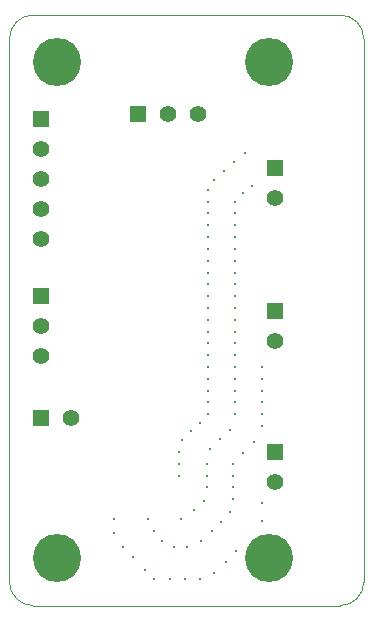
<source format=gbr>
G04 #@! TF.FileFunction,Soldermask,Bot*
%FSLAX46Y46*%
G04 Gerber Fmt 4.6, Leading zero omitted, Abs format (unit mm)*
G04 Created by KiCad (PCBNEW 0.201505041002+5641~23~ubuntu14.04.1-product) date Wed 08 Jul 2015 08:46:07 AM PDT*
%MOMM*%
G01*
G04 APERTURE LIST*
%ADD10C,0.200000*%
%ADD11C,0.100000*%
%ADD12C,0.200000*%
%ADD13R,1.397000X1.397000*%
%ADD14C,1.397000*%
%ADD15C,4.064000*%
G04 APERTURE END LIST*
D10*
D11*
X128000000Y-100000000D02*
G75*
G03X130000000Y-98000000I0J2000000D01*
G01*
X100000000Y-98000000D02*
G75*
G03X102000000Y-100000000I2000000J0D01*
G01*
X130000000Y-52000000D02*
G75*
G03X128000000Y-50000000I-2000000J0D01*
G01*
X102000000Y-50000000D02*
G75*
G03X100000000Y-52000000I0J-2000000D01*
G01*
X128000000Y-50000000D02*
X102000000Y-50000000D01*
X130000000Y-98000000D02*
X130000000Y-52000000D01*
X102000000Y-100000000D02*
X128000000Y-100000000D01*
X100000000Y-52000000D02*
X100000000Y-98000000D01*
D12*
X119100000Y-75800000D03*
D13*
X122500000Y-62930000D03*
D14*
X122500000Y-65470000D03*
D15*
X104000000Y-54000000D03*
X122000000Y-54000000D03*
X104000000Y-96000000D03*
X122000000Y-96000000D03*
D13*
X102650000Y-58800000D03*
D14*
X102650000Y-61340000D03*
X102650000Y-63880000D03*
X102650000Y-66420000D03*
X102650000Y-68960000D03*
D13*
X102650000Y-73760000D03*
D14*
X102650000Y-76300000D03*
X102650000Y-78840000D03*
D13*
X110910000Y-58400000D03*
D14*
X113450000Y-58400000D03*
X115990000Y-58400000D03*
D13*
X122500000Y-75030000D03*
D14*
X122500000Y-77570000D03*
D13*
X122500000Y-87030000D03*
D14*
X122500000Y-89570000D03*
D13*
X102630000Y-84100000D03*
D14*
X105170000Y-84100000D03*
D12*
X116800000Y-64800000D03*
X116800000Y-65800000D03*
X116800000Y-66800000D03*
X116800000Y-67800000D03*
X116800000Y-68800000D03*
X116800000Y-69800000D03*
X116800000Y-70800000D03*
X116800000Y-71800000D03*
X116800000Y-72800000D03*
X116800000Y-73800000D03*
X116800000Y-74800000D03*
X116800000Y-75800000D03*
X116800000Y-76800000D03*
X116800000Y-77800000D03*
X116800000Y-78800000D03*
X116800000Y-79800000D03*
X116800000Y-80800000D03*
X116800000Y-81800000D03*
X116800000Y-82800000D03*
X116800000Y-83800000D03*
X118650000Y-85150000D03*
X114350000Y-89000000D03*
X114350000Y-88000000D03*
X114350000Y-87000000D03*
X114600000Y-86000000D03*
X115400000Y-85250000D03*
X116100000Y-84500000D03*
X119100000Y-83800000D03*
X119100000Y-82800000D03*
X119100000Y-81800000D03*
X119100000Y-80800000D03*
X119100000Y-79800000D03*
X119100000Y-78800000D03*
X119100000Y-77800000D03*
X119100000Y-76800000D03*
X117850000Y-85900000D03*
X116950000Y-86750000D03*
X116700000Y-88000000D03*
X116700000Y-89000000D03*
X116700000Y-90000000D03*
X116450000Y-91150000D03*
X115600000Y-91900000D03*
X114550000Y-92650000D03*
X111700000Y-92700000D03*
X112200000Y-93700000D03*
X112950000Y-94550000D03*
X113900000Y-95050000D03*
X115000000Y-95050000D03*
X116250000Y-94500000D03*
X117150000Y-93650000D03*
X117950000Y-92900000D03*
X118900000Y-91000000D03*
X118900000Y-90000000D03*
X118900000Y-89000000D03*
X118900000Y-88000000D03*
X119750000Y-87100000D03*
X120700000Y-86150000D03*
X121400000Y-84800000D03*
X118650000Y-92050000D03*
X121400000Y-83800000D03*
X121400000Y-82800000D03*
X121400000Y-81800000D03*
X121400000Y-80800000D03*
X121400000Y-79800000D03*
X119100000Y-74800000D03*
X119100000Y-73800000D03*
X119100000Y-72800000D03*
X119100000Y-71800000D03*
X119100000Y-70800000D03*
X119100000Y-69800000D03*
X119100000Y-68800000D03*
X119100000Y-67800000D03*
X119100000Y-66800000D03*
X119100000Y-65800000D03*
X119800000Y-65050000D03*
X120500000Y-64450000D03*
X117350000Y-64000000D03*
X118150000Y-63200000D03*
X119000000Y-62400000D03*
X119950000Y-61650000D03*
X108850000Y-92700000D03*
X108850000Y-93850000D03*
X109650000Y-95000000D03*
X110450000Y-95900000D03*
X111450000Y-97000000D03*
X113550000Y-97750000D03*
X114850000Y-97750000D03*
X116150000Y-97750000D03*
X117300000Y-97250000D03*
X118300000Y-96300000D03*
X119150000Y-95350000D03*
X112250000Y-97750000D03*
X121350000Y-92800000D03*
X121350000Y-91350000D03*
M02*

</source>
